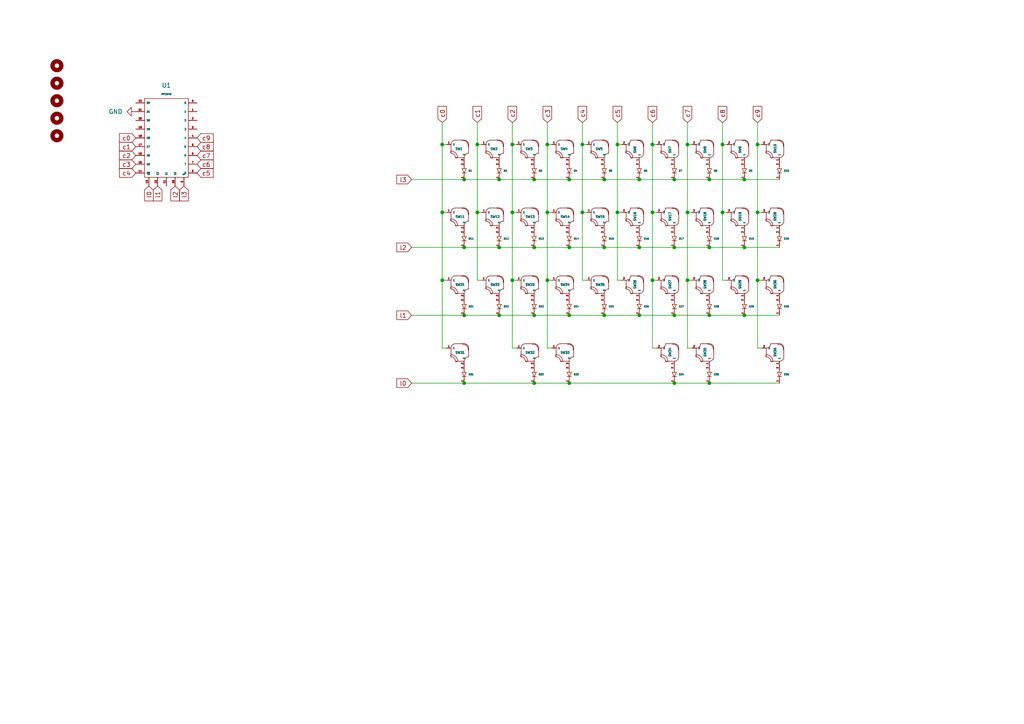
<source format=kicad_sch>
(kicad_sch (version 20211123) (generator eeschema)
  (paper "A4")
  (lib_symbols
    (symbol "Mechanical:MountingHole" (pin_names (offset 1.016))
      (property "Reference" "H" (at 0 5.08 0))
      (property "Value" "MountingHole" (at 0 3.175 0))
      (symbol "MountingHole_0_1"
        (circle (center 0 0) (radius 1.27) (stroke (width 1.27)))
      )
    )
    (symbol "keyb:Diode"
      (property "Reference" "D" (at -0.635 -1.27 0))
      (symbol "Diode_0_1"
        (polyline (pts (xy -1.27 0) (xy -0.635 0)))
        (polyline (pts (xy 0.635 0) (xy 1.27 0)))
        (polyline (pts (xy -0.635 0.635) (xy -0.635 -0.635) (xy -0.635 0)))
        (polyline (pts (xy -0.635 0) (xy 0.635 0.635) (xy 0.635 -0.635) (xy -0.635 0)) (fill (type background)))
      )
      (symbol "Diode_1_1"
        (pin bidirectional line (at -2.54 0 0) (length 1.27) (name "") (number "1"))
        (pin bidirectional line (at 2.54 0 180) (length 1.27) (name "") (number "2"))
      )
    )
    (symbol "keyb:RP2040"
      (property "Reference" "U" (at 0 1.27 0))
      (property "Value" "RP2040" (at 0 -2.54 0))
      (symbol "RP2040_0_1"
        (rectangle (start -6.35 11.43) (end 6.35 -11.43))
      )
      (symbol "RP2040_1_1"
        (pin bidirectional line (at 8.89 10.16 180) (length 2.54) (name "0") (number "0"))
        (pin bidirectional line (at 8.89 7.62 180) (length 2.54) (name "1") (number "1"))
        (pin bidirectional line (at 2.54 -13.97 90) (length 2.54) (name "10") (number "10"))
        (pin bidirectional line (at 0 -13.97 90) (length 2.54) (name "11") (number "11"))
        (pin bidirectional line (at -2.54 -13.97 90) (length 2.54) (name "12") (number "12"))
        (pin bidirectional line (at -5.08 -13.97 90) (length 2.54) (name "13") (number "13"))
        (pin bidirectional line (at -8.89 -10.16 0) (length 2.54) (name "14") (number "14"))
        (pin bidirectional line (at -8.89 -7.62 0) (length 2.54) (name "15") (number "15"))
        (pin bidirectional line (at -8.89 -5.08 0) (length 2.54) (name "16") (number "16"))
        (pin bidirectional line (at -8.89 -2.54 0) (length 2.54) (name "17") (number "17"))
        (pin bidirectional line (at -8.89 0 0) (length 2.54) (name "18") (number "18"))
        (pin bidirectional line (at -8.89 2.54 0) (length 2.54) (name "19") (number "19"))
        (pin bidirectional line (at 8.89 5.08 180) (length 2.54) (name "2") (number "2"))
        (pin bidirectional line (at -8.89 5.08 0) (length 2.54) (name "20") (number "20"))
        (pin bidirectional line (at -8.89 7.62 0) (length 2.54) (name "21") (number "21"))
        (pin bidirectional line (at -8.89 10.16 0) (length 2.54) (name "22") (number "22"))
        (pin bidirectional line (at 8.89 2.54 180) (length 2.54) (name "3") (number "3"))
        (pin bidirectional line (at 8.89 0 180) (length 2.54) (name "4") (number "4"))
        (pin bidirectional line (at 8.89 -2.54 180) (length 2.54) (name "5") (number "5"))
        (pin bidirectional line (at 8.89 -5.08 180) (length 2.54) (name "6") (number "6"))
        (pin bidirectional line (at 8.89 -7.62 180) (length 2.54) (name "7") (number "7"))
        (pin bidirectional line (at 8.89 -10.16 180) (length 2.54) (name "8") (number "8"))
        (pin bidirectional line (at 5.08 -13.97 90) (length 2.54) (name "9") (number "9"))
      )
    )
    (symbol "keyb:key"
      (property "Reference" "SW" (at 0 0 0))
      (symbol "key_0_1"
        (arc (start -2.54 -0.635) (mid -2.6715 -0.9525) (end -2.54 -1.27))
        (arc (start -1.27 -2.54) (mid -1.642 -1.642) (end -2.54 -1.27))
        (arc (start -1.27 -2.54) (mid -0.9525 -2.6715) (end -0.635 -2.54))
        (arc (start -1.27 2.54) (mid -2.168 2.168) (end -2.54 1.27))
        (arc (start -0.635 -2.54) (mid -1.1935 -1.1935) (end -2.54 -0.635))
        (polyline (pts (xy -2.54 -1.27) (xy -2.54 1.27)))
        (polyline (pts (xy -1.27 -2.54) (xy 1.27 -2.54)))
        (polyline (pts (xy 1.27 2.54) (xy -1.27 2.54)))
        (polyline (pts (xy 2.54 -1.27) (xy 2.54 1.27)))
        (arc (start 0.635 2.54) (mid 0.9525 1.7735) (end 1.27 2.54))
        (arc (start 2.54 -1.27) (mid 0.372 -0.372) (end 1.27 -2.54))
        (arc (start 2.54 0.635) (mid 3.887 3.887) (end 0.635 2.54))
        (arc (start 2.54 1.27) (mid 3.438 3.438) (end 1.27 2.54))
        (arc (start 2.54 1.27) (mid 1.7735 0.9525) (end 2.54 0.635))
      )
      (symbol "key_1_1"
        (pin bidirectional line (at -3.81 1.27 0) (length 1.27) (name "1") (number "1"))
        (pin bidirectional line (at 1.27 -3.81 90) (length 1.27) (name "2") (number "2"))
      )
    )
    (symbol "power:GND" (power) (pin_names (offset 0))
      (property "Value" "GND" (at 0 -3.81 0))
      (symbol "GND_0_1"
        (polyline (pts (xy 0 0) (xy 0 -1.27) (xy 1.27 -1.27) (xy 0 -2.54) (xy -1.27 -1.27) (xy 0 -1.27)))
      )
      (symbol "GND_1_1"
        (pin power_in line (at 0 0 270) (length 0) hide (name "GND") (number "1"))
      )
    )
  )
  (junction (at 128.27 41.91))
  (junction (at 215.9 91.44))
  (junction (at 205.74 91.44))
  (junction (at 158.75 41.91))
  (junction (at 158.75 61.595))
  (junction (at 138.43 61.595))
  (junction (at 168.91 41.91))
  (junction (at 205.74 111.125))
  (junction (at 128.27 61.595))
  (junction (at 215.9 71.755))
  (junction (at 168.91 61.595))
  (junction (at 185.42 71.755))
  (junction (at 165.1 91.44))
  (junction (at 215.9 52.07))
  (junction (at 154.94 71.755))
  (junction (at 179.07 61.595))
  (junction (at 179.07 41.91))
  (junction (at 154.94 91.44))
  (junction (at 134.62 91.44))
  (junction (at 199.39 81.28))
  (junction (at 185.42 91.44))
  (junction (at 134.62 52.07))
  (junction (at 175.26 91.44))
  (junction (at 165.1 52.07))
  (junction (at 154.94 52.07))
  (junction (at 189.23 61.595))
  (junction (at 195.58 111.125))
  (junction (at 205.74 71.755))
  (junction (at 209.55 61.595))
  (junction (at 148.59 61.595))
  (junction (at 134.62 111.125))
  (junction (at 219.71 81.28))
  (junction (at 185.42 52.07))
  (junction (at 175.26 52.07))
  (junction (at 144.78 71.755))
  (junction (at 195.58 71.755))
  (junction (at 128.27 81.28))
  (junction (at 195.58 91.44))
  (junction (at 189.23 81.28))
  (junction (at 219.71 41.91))
  (junction (at 144.78 91.44))
  (junction (at 165.1 71.755))
  (junction (at 134.62 71.755))
  (junction (at 199.39 41.91))
  (junction (at 199.39 61.595))
  (junction (at 165.1 111.125))
  (junction (at 148.59 41.91))
  (junction (at 219.71 61.595))
  (junction (at 209.55 41.91))
  (junction (at 195.58 52.07))
  (junction (at 189.23 41.91))
  (junction (at 148.59 81.28))
  (junction (at 175.26 71.755))
  (junction (at 144.78 52.07))
  (junction (at 158.75 81.28))
  (junction (at 138.43 41.91))
  (junction (at 205.74 52.07))
  (junction (at 154.94 111.125))
  (wire (pts (xy 179.07 81.28) (xy 180.34 81.28)))
  (wire (pts (xy 205.74 71.755) (xy 195.58 71.755)))
  (wire (pts (xy 168.91 41.91) (xy 170.18 41.91)))
  (wire (pts (xy 138.43 41.91) (xy 139.7 41.91)))
  (wire (pts (xy 199.39 61.595) (xy 199.39 81.28)))
  (wire (pts (xy 158.75 41.91) (xy 158.75 61.595)))
  (wire (pts (xy 158.75 41.91) (xy 160.02 41.91)))
  (wire (pts (xy 185.42 91.44) (xy 195.58 91.44)))
  (wire (pts (xy 189.23 35.56) (xy 189.23 41.91)))
  (wire (pts (xy 148.59 61.595) (xy 148.59 81.28)))
  (wire (pts (xy 205.74 91.44) (xy 215.9 91.44)))
  (wire (pts (xy 144.78 52.07) (xy 154.94 52.07)))
  (wire (pts (xy 179.07 61.595) (xy 180.34 61.595)))
  (wire (pts (xy 168.91 35.56) (xy 168.91 41.91)))
  (wire (pts (xy 189.23 81.28) (xy 189.23 100.965)))
  (wire (pts (xy 209.55 41.91) (xy 210.82 41.91)))
  (wire (pts (xy 134.62 52.07) (xy 144.78 52.07)))
  (wire (pts (xy 175.26 71.755) (xy 165.1 71.755)))
  (wire (pts (xy 219.71 41.91) (xy 220.98 41.91)))
  (wire (pts (xy 138.43 35.56) (xy 138.43 41.91)))
  (wire (pts (xy 168.91 61.595) (xy 168.91 81.28)))
  (wire (pts (xy 175.26 52.07) (xy 185.42 52.07)))
  (wire (pts (xy 179.07 41.91) (xy 179.07 61.595)))
  (wire (pts (xy 148.59 35.56) (xy 148.59 41.91)))
  (wire (pts (xy 148.59 81.28) (xy 149.86 81.28)))
  (wire (pts (xy 189.23 100.965) (xy 190.5 100.965)))
  (wire (pts (xy 195.58 91.44) (xy 205.74 91.44)))
  (wire (pts (xy 175.26 91.44) (xy 185.42 91.44)))
  (wire (pts (xy 215.9 91.44) (xy 226.06 91.44)))
  (wire (pts (xy 168.91 81.28) (xy 170.18 81.28)))
  (wire (pts (xy 226.06 71.755) (xy 215.9 71.755)))
  (wire (pts (xy 205.74 111.125) (xy 226.06 111.125)))
  (wire (pts (xy 199.39 61.595) (xy 200.66 61.595)))
  (wire (pts (xy 165.1 111.125) (xy 195.58 111.125)))
  (wire (pts (xy 158.75 35.56) (xy 158.75 41.91)))
  (wire (pts (xy 168.91 41.91) (xy 168.91 61.595)))
  (wire (pts (xy 219.71 41.91) (xy 219.71 61.595)))
  (wire (pts (xy 219.71 100.965) (xy 220.98 100.965)))
  (wire (pts (xy 128.27 35.56) (xy 128.27 41.91)))
  (wire (pts (xy 185.42 71.755) (xy 175.26 71.755)))
  (wire (pts (xy 128.27 41.91) (xy 128.27 61.595)))
  (wire (pts (xy 215.9 71.755) (xy 205.74 71.755)))
  (wire (pts (xy 179.07 41.91) (xy 180.34 41.91)))
  (wire (pts (xy 158.75 81.28) (xy 160.02 81.28)))
  (wire (pts (xy 128.27 100.965) (xy 129.54 100.965)))
  (wire (pts (xy 219.71 35.56) (xy 219.71 41.91)))
  (wire (pts (xy 148.59 61.595) (xy 149.86 61.595)))
  (wire (pts (xy 209.55 61.595) (xy 210.82 61.595)))
  (wire (pts (xy 195.58 111.125) (xy 205.74 111.125)))
  (wire (pts (xy 148.59 41.91) (xy 149.86 41.91)))
  (wire (pts (xy 154.94 71.755) (xy 144.78 71.755)))
  (wire (pts (xy 165.1 91.44) (xy 175.26 91.44)))
  (wire (pts (xy 189.23 41.91) (xy 190.5 41.91)))
  (wire (pts (xy 219.71 61.595) (xy 219.71 81.28)))
  (wire (pts (xy 168.91 61.595) (xy 170.18 61.595)))
  (wire (pts (xy 189.23 61.595) (xy 189.23 81.28)))
  (wire (pts (xy 138.43 61.595) (xy 139.7 61.595)))
  (wire (pts (xy 144.78 91.44) (xy 134.62 91.44)))
  (wire (pts (xy 199.39 81.28) (xy 200.66 81.28)))
  (wire (pts (xy 189.23 41.91) (xy 189.23 61.595)))
  (wire (pts (xy 119.38 111.125) (xy 134.62 111.125)))
  (wire (pts (xy 209.55 81.28) (xy 210.82 81.28)))
  (wire (pts (xy 219.71 81.28) (xy 219.71 100.965)))
  (wire (pts (xy 148.59 81.28) (xy 148.59 100.965)))
  (wire (pts (xy 154.94 52.07) (xy 165.1 52.07)))
  (wire (pts (xy 158.75 61.595) (xy 160.02 61.595)))
  (wire (pts (xy 199.39 41.91) (xy 200.66 41.91)))
  (wire (pts (xy 215.9 52.07) (xy 226.06 52.07)))
  (wire (pts (xy 128.27 81.28) (xy 128.27 100.965)))
  (wire (pts (xy 134.62 71.755) (xy 119.38 71.755)))
  (wire (pts (xy 144.78 91.44) (xy 154.94 91.44)))
  (wire (pts (xy 144.78 71.755) (xy 134.62 71.755)))
  (wire (pts (xy 158.75 81.28) (xy 158.75 100.965)))
  (wire (pts (xy 205.74 52.07) (xy 215.9 52.07)))
  (wire (pts (xy 128.27 81.28) (xy 129.54 81.28)))
  (wire (pts (xy 189.23 81.28) (xy 190.5 81.28)))
  (wire (pts (xy 165.1 52.07) (xy 175.26 52.07)))
  (wire (pts (xy 158.75 100.965) (xy 160.02 100.965)))
  (wire (pts (xy 199.39 100.965) (xy 200.66 100.965)))
  (wire (pts (xy 209.55 35.56) (xy 209.55 41.91)))
  (wire (pts (xy 195.58 71.755) (xy 185.42 71.755)))
  (wire (pts (xy 199.39 81.28) (xy 199.39 100.965)))
  (wire (pts (xy 134.62 91.44) (xy 119.38 91.44)))
  (wire (pts (xy 154.94 111.125) (xy 165.1 111.125)))
  (wire (pts (xy 134.62 111.125) (xy 154.94 111.125)))
  (wire (pts (xy 209.55 41.91) (xy 209.55 61.595)))
  (wire (pts (xy 138.43 81.28) (xy 139.7 81.28)))
  (wire (pts (xy 179.07 61.595) (xy 179.07 81.28)))
  (wire (pts (xy 219.71 81.28) (xy 220.98 81.28)))
  (wire (pts (xy 148.59 100.965) (xy 149.86 100.965)))
  (wire (pts (xy 209.55 61.595) (xy 209.55 81.28)))
  (wire (pts (xy 158.75 61.595) (xy 158.75 81.28)))
  (wire (pts (xy 199.39 41.91) (xy 199.39 61.595)))
  (wire (pts (xy 199.39 35.56) (xy 199.39 41.91)))
  (wire (pts (xy 128.27 61.595) (xy 129.54 61.595)))
  (wire (pts (xy 179.07 35.56) (xy 179.07 41.91)))
  (wire (pts (xy 138.43 41.91) (xy 138.43 61.595)))
  (wire (pts (xy 154.94 91.44) (xy 165.1 91.44)))
  (wire (pts (xy 148.59 41.91) (xy 148.59 61.595)))
  (wire (pts (xy 119.38 52.07) (xy 134.62 52.07)))
  (wire (pts (xy 128.27 41.91) (xy 129.54 41.91)))
  (wire (pts (xy 185.42 52.07) (xy 195.58 52.07)))
  (wire (pts (xy 195.58 52.07) (xy 205.74 52.07)))
  (wire (pts (xy 165.1 71.755) (xy 154.94 71.755)))
  (wire (pts (xy 138.43 61.595) (xy 138.43 81.28)))
  (wire (pts (xy 128.27 61.595) (xy 128.27 81.28)))
  (wire (pts (xy 189.23 61.595) (xy 190.5 61.595)))
  (wire (pts (xy 219.71 61.595) (xy 220.98 61.595)))
  (global_label "c5" (shape input) (at 57.15 50.165 0) (property "Références Inter-Feuilles" "${INTERSHEET_REFS}" (effects hide)))
  (global_label "l3" (shape input) (at 119.38 52.07 180) (property "Références Inter-Feuilles" "${INTERSHEET_REFS}" (effects hide)))
  (global_label "c3" (shape input) (at 158.75 35.56 90) (property "Références Inter-Feuilles" "${INTERSHEET_REFS}" (effects hide)))
  (global_label "c2" (shape input) (at 39.37 45.085 180) (property "Références Inter-Feuilles" "${INTERSHEET_REFS}" (effects hide)))
  (global_label "l1" (shape input) (at 45.72 53.975 270) (property "Références Inter-Feuilles" "${INTERSHEET_REFS}" (effects hide)))
  (global_label "c9" (shape input) (at 57.15 40.005 0) (property "Références Inter-Feuilles" "${INTERSHEET_REFS}" (effects hide)))
  (global_label "c6" (shape input) (at 57.15 47.625 0) (property "Références Inter-Feuilles" "${INTERSHEET_REFS}" (effects hide)))
  (global_label "c2" (shape input) (at 148.59 35.56 90) (property "Références Inter-Feuilles" "${INTERSHEET_REFS}" (effects hide)))
  (global_label "c5" (shape input) (at 179.07 35.56 90) (property "Références Inter-Feuilles" "${INTERSHEET_REFS}" (effects hide)))
  (global_label "c7" (shape input) (at 57.15 45.085 0) (property "Références Inter-Feuilles" "${INTERSHEET_REFS}" (effects hide)))
  (global_label "l2" (shape input) (at 50.8 53.975 270) (property "Références Inter-Feuilles" "${INTERSHEET_REFS}" (effects hide)))
  (global_label "c3" (shape input) (at 39.37 47.625 180) (property "Références Inter-Feuilles" "${INTERSHEET_REFS}" (effects hide)))
  (global_label "c8" (shape input) (at 57.15 42.545 0) (property "Références Inter-Feuilles" "${INTERSHEET_REFS}" (effects hide)))
  (global_label "l3" (shape input) (at 53.34 53.975 270) (property "Références Inter-Feuilles" "${INTERSHEET_REFS}" (effects hide)))
  (global_label "c6" (shape input) (at 189.23 35.56 90) (property "Références Inter-Feuilles" "${INTERSHEET_REFS}" (effects hide)))
  (global_label "l0" (shape input) (at 43.18 53.975 270) (property "Références Inter-Feuilles" "${INTERSHEET_REFS}" (effects hide)))
  (global_label "c9" (shape input) (at 219.71 35.56 90) (property "Références Inter-Feuilles" "${INTERSHEET_REFS}" (effects hide)))
  (global_label "l2" (shape input) (at 119.38 71.755 180) (property "Références Inter-Feuilles" "${INTERSHEET_REFS}" (effects hide)))
  (global_label "l1" (shape input) (at 119.38 91.44 180) (property "Références Inter-Feuilles" "${INTERSHEET_REFS}" (effects hide)))
  (global_label "c1" (shape input) (at 39.37 42.545 180) (property "Références Inter-Feuilles" "${INTERSHEET_REFS}" (effects hide)))
  (global_label "c4" (shape input) (at 39.37 50.165 180) (property "Références Inter-Feuilles" "${INTERSHEET_REFS}" (effects hide)))
  (global_label "c4" (shape input) (at 168.91 35.56 90) (property "Références Inter-Feuilles" "${INTERSHEET_REFS}" (effects hide)))
  (global_label "c1" (shape input) (at 138.43 35.56 90) (property "Références Inter-Feuilles" "${INTERSHEET_REFS}" (effects hide)))
  (global_label "c0" (shape input) (at 39.37 40.005 180) (property "Références Inter-Feuilles" "${INTERSHEET_REFS}" (effects hide)))
  (global_label "c0" (shape input) (at 128.27 35.56 90) (property "Références Inter-Feuilles" "${INTERSHEET_REFS}" (effects hide)))
  (global_label "c7" (shape input) (at 199.39 35.56 90) (property "Références Inter-Feuilles" "${INTERSHEET_REFS}" (effects hide)))
  (global_label "l0" (shape input) (at 119.38 111.125 180) (property "Références Inter-Feuilles" "${INTERSHEET_REFS}" (effects hide)))
  (global_label "c8" (shape input) (at 209.55 35.56 90) (property "Références Inter-Feuilles" "${INTERSHEET_REFS}" (effects hide)))
  (symbol (lib_id "keyb:Diode") (at 134.62 49.53 90) (unit 1)
    (property "Reference" "D1" (at 135.89 49.53 90) (effects (font (size 0.5 0.5)) (justify right)))
    (property "Value" "Diode" (effects hide))
    (property "Footprint" "keyb-footprints:Diode" (effects hide))
  )
  (symbol (lib_id "keyb:key") (at 153.67 62.865 0) (unit 1)
    (property "Reference" "SW13" (at 152.4 62.865 0) (effects (font (size 0.65 0.65)) (justify left)))
    (property "Value" "key" (effects hide))
    (property "Footprint" "keyb-footprints:MX-5pin" (effects hide))
  )
  (symbol (lib_id "keyb:Diode") (at 205.74 88.9 90) (unit 1)
    (property "Reference" "D28" (at 207.01 88.9 90) (effects (font (size 0.5 0.5)) (justify right)))
    (property "Value" "Diode" (effects hide))
    (property "Footprint" "keyb-footprints:Diode" (effects hide))
  )
  (symbol (lib_id "keyb:Diode") (at 215.9 69.215 90) (unit 1)
    (property "Reference" "D19" (at 217.17 69.215 90) (effects (font (size 0.5 0.5)) (justify right)))
    (property "Value" "Diode" (effects hide))
    (property "Footprint" "keyb-footprints:Diode" (effects hide))
  )
  (symbol (lib_id "keyb:Diode") (at 175.26 49.53 90) (unit 1)
    (property "Reference" "D5" (at 176.53 49.53 90) (effects (font (size 0.5 0.5)) (justify right)))
    (property "Value" "Diode" (effects hide))
    (property "Footprint" "keyb-footprints:Diode" (effects hide))
  )
  (symbol (lib_id "keyb:key") (at 204.47 43.18 270) (mirror x) (unit 1)
    (property "Reference" "SW8" (at 204.47 44.45 0) (effects (font (size 0.65 0.65)) (justify left)))
    (property "Value" "key" (effects hide))
    (property "Footprint" "keyb-footprints:MX-5pin" (effects hide))
  )
  (symbol (lib_id "Mechanical:MountingHole") (at 16.51 39.37 0) (unit 1)
    (property "Reference" "H5" (effects hide))
    (property "Value" "MountingHole" (effects hide))
    (property "Footprint" "MountingHole:MountingHole_2.2mm_M2" (effects hide))
  )
  (symbol (lib_id "keyb:key") (at 143.51 62.865 0) (unit 1)
    (property "Reference" "SW12" (at 142.24 62.865 0) (effects (font (size 0.65 0.65)) (justify left)))
    (property "Value" "key" (effects hide))
    (property "Footprint" "keyb-footprints:MX-5pin" (effects hide))
  )
  (symbol (lib_id "keyb:Diode") (at 144.78 49.53 90) (unit 1)
    (property "Reference" "D2" (at 146.05 49.53 90) (effects (font (size 0.5 0.5)) (justify right)))
    (property "Value" "Diode" (effects hide))
    (property "Footprint" "keyb-footprints:Diode" (effects hide))
  )
  (symbol (lib_id "keyb:Diode") (at 195.58 108.585 90) (unit 1)
    (property "Reference" "D34" (at 196.85 108.585 90) (effects (font (size 0.5 0.5)) (justify right)))
    (property "Value" "Diode" (effects hide))
    (property "Footprint" "keyb-footprints:Diode" (effects hide))
  )
  (symbol (lib_id "keyb:key") (at 194.31 62.865 270) (mirror x) (unit 1)
    (property "Reference" "SW17" (at 194.31 64.135 0) (effects (font (size 0.65 0.65)) (justify left)))
    (property "Value" "key" (effects hide))
    (property "Footprint" "keyb-footprints:MX-5pin" (effects hide))
  )
  (symbol (lib_id "keyb:Diode") (at 205.74 49.53 90) (unit 1)
    (property "Reference" "D8" (at 207.01 49.53 90) (effects (font (size 0.5 0.5)) (justify right)))
    (property "Value" "Diode" (effects hide))
    (property "Footprint" "keyb-footprints:Diode" (effects hide))
  )
  (symbol (lib_id "keyb:Diode") (at 185.42 88.9 90) (unit 1)
    (property "Reference" "D26" (at 186.69 88.9 90) (effects (font (size 0.5 0.5)) (justify right)))
    (property "Value" "Diode" (effects hide))
    (property "Footprint" "keyb-footprints:Diode" (effects hide))
  )
  (symbol (lib_id "keyb:Diode") (at 195.58 49.53 90) (unit 1)
    (property "Reference" "D7" (at 196.85 49.53 90) (effects (font (size 0.5 0.5)) (justify right)))
    (property "Value" "Diode" (effects hide))
    (property "Footprint" "keyb-footprints:Diode" (effects hide))
  )
  (symbol (lib_id "keyb:key") (at 163.83 43.18 0) (unit 1)
    (property "Reference" "SW4" (at 162.56 43.18 0) (effects (font (size 0.65 0.65)) (justify left)))
    (property "Value" "key" (effects hide))
    (property "Footprint" "keyb-footprints:MX-5pin" (effects hide))
  )
  (symbol (lib_id "Mechanical:MountingHole") (at 16.51 29.21 0) (unit 1)
    (property "Reference" "H3" (effects hide))
    (property "Value" "MountingHole" (effects hide))
    (property "Footprint" "MountingHole:MountingHole_2.2mm_M2" (effects hide))
  )
  (symbol (lib_id "keyb:Diode") (at 175.26 69.215 90) (unit 1)
    (property "Reference" "D15" (at 176.53 69.215 90) (effects (font (size 0.5 0.5)) (justify right)))
    (property "Value" "Diode" (effects hide))
    (property "Footprint" "keyb-footprints:Diode" (effects hide))
  )
  (symbol (lib_id "keyb:key") (at 214.63 82.55 270) (mirror x) (unit 1)
    (property "Reference" "SW29" (at 214.63 83.82 0) (effects (font (size 0.65 0.65)) (justify left)))
    (property "Value" "key" (effects hide))
    (property "Footprint" "keyb-footprints:MX-5pin" (effects hide))
  )
  (symbol (lib_id "keyb:Diode") (at 215.9 49.53 90) (unit 1)
    (property "Reference" "D9" (at 217.17 49.53 90) (effects (font (size 0.5 0.5)) (justify right)))
    (property "Value" "Diode" (effects hide))
    (property "Footprint" "keyb-footprints:Diode" (effects hide))
  )
  (symbol (lib_id "keyb:key") (at 133.35 62.865 0) (unit 1)
    (property "Reference" "SW11" (at 132.08 62.865 0) (effects (font (size 0.65 0.65)) (justify left)))
    (property "Value" "key" (effects hide))
    (property "Footprint" "keyb-footprints:MX-5pin" (effects hide))
  )
  (symbol (lib_id "keyb:Diode") (at 215.9 88.9 90) (unit 1)
    (property "Reference" "D29" (at 217.17 88.9 90) (effects (font (size 0.5 0.5)) (justify right)))
    (property "Value" "Diode" (effects hide))
    (property "Footprint" "keyb-footprints:Diode" (effects hide))
  )
  (symbol (lib_id "power:GND") (at 39.37 32.385 270) (unit 1)
    (property "Reference" "#PWR01" (effects hide))
    (property "Value" "GND" (at 35.56 32.3849 90) (effects (justify right)))
  )
  (symbol (lib_id "keyb:Diode") (at 165.1 49.53 90) (unit 1)
    (property "Reference" "D4" (at 166.37 49.53 90) (effects (font (size 0.5 0.5)) (justify right)))
    (property "Value" "Diode" (effects hide))
    (property "Footprint" "keyb-footprints:Diode" (effects hide))
  )
  (symbol (lib_id "keyb:key") (at 214.63 62.865 270) (mirror x) (unit 1)
    (property "Reference" "SW19" (at 214.63 64.135 0) (effects (font (size 0.65 0.65)) (justify left)))
    (property "Value" "key" (effects hide))
    (property "Footprint" "keyb-footprints:MX-5pin" (effects hide))
  )
  (symbol (lib_id "keyb:Diode") (at 134.62 88.9 90) (unit 1)
    (property "Reference" "D21" (at 135.89 88.9 90) (effects (font (size 0.5 0.5)) (justify right)))
    (property "Value" "Diode" (effects hide))
    (property "Footprint" "keyb-footprints:Diode" (effects hide))
  )
  (symbol (lib_id "keyb:key") (at 173.99 62.865 0) (unit 1)
    (property "Reference" "SW15" (at 172.72 62.865 0) (effects (font (size 0.65 0.65)) (justify left)))
    (property "Value" "key" (effects hide))
    (property "Footprint" "keyb-footprints:MX-5pin" (effects hide))
  )
  (symbol (lib_id "keyb:Diode") (at 165.1 88.9 90) (unit 1)
    (property "Reference" "D24" (at 166.37 88.9 90) (effects (font (size 0.5 0.5)) (justify right)))
    (property "Value" "Diode" (effects hide))
    (property "Footprint" "keyb-footprints:Diode" (effects hide))
  )
  (symbol (lib_id "keyb:key") (at 204.47 62.865 270) (mirror x) (unit 1)
    (property "Reference" "SW18" (at 204.47 64.135 0) (effects (font (size 0.65 0.65)) (justify left)))
    (property "Value" "key" (effects hide))
    (property "Footprint" "keyb-footprints:MX-5pin" (effects hide))
  )
  (symbol (lib_id "keyb:Diode") (at 226.06 69.215 90) (unit 1)
    (property "Reference" "D20" (at 227.33 69.215 90) (effects (font (size 0.5 0.5)) (justify right)))
    (property "Value" "Diode" (effects hide))
    (property "Footprint" "keyb-footprints:Diode" (effects hide))
  )
  (symbol (lib_id "keyb:Diode") (at 134.62 69.215 90) (unit 1)
    (property "Reference" "D11" (at 135.89 69.215 90) (effects (font (size 0.5 0.5)) (justify right)))
    (property "Value" "Diode" (effects hide))
    (property "Footprint" "keyb-footprints:Diode" (effects hide))
  )
  (symbol (lib_id "keyb:Diode") (at 185.42 49.53 90) (unit 1)
    (property "Reference" "D6" (at 186.69 49.53 90) (effects (font (size 0.5 0.5)) (justify right)))
    (property "Value" "Diode" (effects hide))
    (property "Footprint" "keyb-footprints:Diode" (effects hide))
  )
  (symbol (lib_id "keyb:Diode") (at 144.78 88.9 90) (unit 1)
    (property "Reference" "D22" (at 146.05 88.9 90) (effects (font (size 0.5 0.5)) (justify right)))
    (property "Value" "Diode" (effects hide))
    (property "Footprint" "keyb-footprints:Diode" (effects hide))
  )
  (symbol (lib_id "keyb:Diode") (at 165.1 69.215 90) (unit 1)
    (property "Reference" "D14" (at 166.37 69.215 90) (effects (font (size 0.5 0.5)) (justify right)))
    (property "Value" "Diode" (effects hide))
    (property "Footprint" "keyb-footprints:Diode" (effects hide))
  )
  (symbol (lib_id "keyb:Diode") (at 195.58 69.215 90) (unit 1)
    (property "Reference" "D17" (at 196.85 69.215 90) (effects (font (size 0.5 0.5)) (justify right)))
    (property "Value" "Diode" (effects hide))
    (property "Footprint" "keyb-footprints:Diode" (effects hide))
  )
  (symbol (lib_id "keyb:Diode") (at 226.06 88.9 90) (unit 1)
    (property "Reference" "D30" (at 227.33 88.9 90) (effects (font (size 0.5 0.5)) (justify right)))
    (property "Value" "Diode" (effects hide))
    (property "Footprint" "keyb-footprints:Diode" (effects hide))
  )
  (symbol (lib_id "keyb:key") (at 224.79 62.865 270) (mirror x) (unit 1)
    (property "Reference" "SW20" (at 224.79 64.135 0) (effects (font (size 0.65 0.65)) (justify left)))
    (property "Value" "key" (effects hide))
    (property "Footprint" "keyb-footprints:MX-5pin" (effects hide))
  )
  (symbol (lib_id "keyb:Diode") (at 195.58 88.9 90) (unit 1)
    (property "Reference" "D27" (at 196.85 88.9 90) (effects (font (size 0.5 0.5)) (justify right)))
    (property "Value" "Diode" (effects hide))
    (property "Footprint" "keyb-footprints:Diode" (effects hide))
  )
  (symbol (lib_id "keyb:Diode") (at 134.62 108.585 90) (unit 1)
    (property "Reference" "D31" (at 135.89 108.585 90) (effects (font (size 0.5 0.5)) (justify right)))
    (property "Value" "Diode" (effects hide))
    (property "Footprint" "keyb-footprints:Diode" (effects hide))
  )
  (symbol (lib_id "keyb:key") (at 224.79 43.18 270) (mirror x) (unit 1)
    (property "Reference" "SW10" (at 224.79 44.45 0) (effects (font (size 0.65 0.65)) (justify left)))
    (property "Value" "key" (effects hide))
    (property "Footprint" "keyb-footprints:MX-5pin" (effects hide))
  )
  (symbol (lib_id "keyb:key") (at 194.31 82.55 270) (mirror x) (unit 1)
    (property "Reference" "SW27" (at 194.31 83.82 0) (effects (font (size 0.65 0.65)) (justify left)))
    (property "Value" "key" (effects hide))
    (property "Footprint" "keyb-footprints:MX-5pin" (effects hide))
  )
  (symbol (lib_id "keyb:Diode") (at 144.78 69.215 90) (unit 1)
    (property "Reference" "D12" (at 146.05 69.215 90) (effects (font (size 0.5 0.5)) (justify right)))
    (property "Value" "Diode" (effects hide))
    (property "Footprint" "keyb-footprints:Diode" (effects hide))
  )
  (symbol (lib_id "keyb:key") (at 163.83 62.865 0) (unit 1)
    (property "Reference" "SW14" (at 162.56 62.865 0) (effects (font (size 0.65 0.65)) (justify left)))
    (property "Value" "key" (effects hide))
    (property "Footprint" "keyb-footprints:MX-5pin" (effects hide))
  )
  (symbol (lib_id "keyb:key") (at 143.51 43.18 0) (unit 1)
    (property "Reference" "SW2" (at 142.24 43.18 0) (effects (font (size 0.65 0.65)) (justify left)))
    (property "Value" "key" (effects hide))
    (property "Footprint" "keyb-footprints:MX-5pin" (effects hide))
  )
  (symbol (lib_id "keyb:key") (at 133.35 43.18 0) (unit 1)
    (property "Reference" "SW1" (at 132.08 43.18 0) (effects (font (size 0.65 0.65)) (justify left)))
    (property "Value" "key" (effects hide))
    (property "Footprint" "keyb-footprints:MX-5pin" (effects hide))
  )
  (symbol (lib_id "keyb:Diode") (at 154.94 88.9 90) (unit 1)
    (property "Reference" "D23" (at 156.21 88.9 90) (effects (font (size 0.5 0.5)) (justify right)))
    (property "Value" "Diode" (effects hide))
    (property "Footprint" "keyb-footprints:Diode" (effects hide))
  )
  (symbol (lib_id "keyb:Diode") (at 165.1 108.585 90) (unit 1)
    (property "Reference" "D33" (at 166.37 108.585 90) (effects (font (size 0.5 0.5)) (justify right)))
    (property "Value" "Diode" (effects hide))
    (property "Footprint" "keyb-footprints:Diode" (effects hide))
  )
  (symbol (lib_id "keyb:key") (at 194.31 102.235 270) (mirror x) (unit 1)
    (property "Reference" "SW34" (at 194.31 103.505 0) (effects (font (size 0.65 0.65)) (justify left)))
    (property "Value" "key" (effects hide))
    (property "Footprint" "keyb-footprints:MX-5pin_stab_rev" (effects hide))
  )
  (symbol (lib_id "keyb:key") (at 153.67 102.235 0) (unit 1)
    (property "Reference" "SW32" (at 152.4 102.235 0) (effects (font (size 0.65 0.65)) (justify left)))
    (property "Value" "key" (effects hide))
    (property "Footprint" "keyb-footprints:MX-5pin" (effects hide))
  )
  (symbol (lib_id "keyb:key") (at 204.47 102.235 270) (mirror x) (unit 1)
    (property "Reference" "SW35" (at 204.47 103.505 0) (effects (font (size 0.65 0.65)) (justify left)))
    (property "Value" "key" (effects hide))
    (property "Footprint" "keyb-footprints:MX-5pin" (effects hide))
  )
  (symbol (lib_id "keyb:Diode") (at 154.94 108.585 90) (unit 1)
    (property "Reference" "D32" (at 156.21 108.585 90) (effects (font (size 0.5 0.5)) (justify right)))
    (property "Value" "Diode" (effects hide))
    (property "Footprint" "keyb-footprints:Diode" (effects hide))
  )
  (symbol (lib_id "keyb:key") (at 133.35 102.235 0) (unit 1)
    (property "Reference" "SW31" (at 132.08 102.235 0) (effects (font (size 0.65 0.65)) (justify left)))
    (property "Value" "key" (effects hide))
    (property "Footprint" "keyb-footprints:MX-5pin" (effects hide))
  )
  (symbol (lib_id "keyb:key") (at 173.99 43.18 0) (unit 1)
    (property "Reference" "SW5" (at 172.72 43.18 0) (effects (font (size 0.65 0.65)) (justify left)))
    (property "Value" "key" (effects hide))
    (property "Footprint" "keyb-footprints:MX-5pin" (effects hide))
  )
  (symbol (lib_id "keyb:Diode") (at 154.94 69.215 90) (unit 1)
    (property "Reference" "D13" (at 156.21 69.215 90) (effects (font (size 0.5 0.5)) (justify right)))
    (property "Value" "Diode" (effects hide))
    (property "Footprint" "keyb-footprints:Diode" (effects hide))
  )
  (symbol (lib_id "keyb:Diode") (at 185.42 69.215 90) (unit 1)
    (property "Reference" "D16" (at 186.69 69.215 90) (effects (font (size 0.5 0.5)) (justify right)))
    (property "Value" "Diode" (effects hide))
    (property "Footprint" "keyb-footprints:Diode" (effects hide))
  )
  (symbol (lib_id "keyb:key") (at 214.63 43.18 270) (mirror x) (unit 1)
    (property "Reference" "SW9" (at 214.63 44.45 0) (effects (font (size 0.65 0.65)) (justify left)))
    (property "Value" "key" (effects hide))
    (property "Footprint" "keyb-footprints:MX-5pin" (effects hide))
  )
  (symbol (lib_id "keyb:key") (at 184.15 62.865 270) (mirror x) (unit 1)
    (property "Reference" "SW16" (at 184.15 64.135 0) (effects (font (size 0.65 0.65)) (justify left)))
    (property "Value" "key" (effects hide))
    (property "Footprint" "keyb-footprints:MX-5pin" (effects hide))
  )
  (symbol (lib_id "keyb:Diode") (at 175.26 88.9 90) (unit 1)
    (property "Reference" "D25" (at 176.53 88.9 90) (effects (font (size 0.5 0.5)) (justify right)))
    (property "Value" "Diode" (effects hide))
    (property "Footprint" "keyb-footprints:Diode" (effects hide))
  )
  (symbol (lib_id "keyb:key") (at 143.51 82.55 0) (unit 1)
    (property "Reference" "SW22" (at 142.24 82.55 0) (effects (font (size 0.65 0.65)) (justify left)))
    (property "Value" "key" (effects hide))
    (property "Footprint" "keyb-footprints:MX-5pin" (effects hide))
  )
  (symbol (lib_id "keyb:key") (at 184.15 82.55 270) (mirror x) (unit 1)
    (property "Reference" "SW26" (at 184.15 83.82 0) (effects (font (size 0.65 0.65)) (justify left)))
    (property "Value" "key" (effects hide))
    (property "Footprint" "keyb-footprints:MX-5pin" (effects hide))
  )
  (symbol (lib_id "keyb:key") (at 173.99 82.55 0) (unit 1)
    (property "Reference" "SW25" (at 172.72 82.55 0) (effects (font (size 0.65 0.65)) (justify left)))
    (property "Value" "key" (effects hide))
    (property "Footprint" "keyb-footprints:MX-5pin" (effects hide))
  )
  (symbol (lib_id "keyb:Diode") (at 226.06 49.53 90) (unit 1)
    (property "Reference" "D10" (at 227.33 49.53 90) (effects (font (size 0.5 0.5)) (justify right)))
    (property "Value" "Diode" (effects hide))
    (property "Footprint" "keyb-footprints:Diode" (effects hide))
  )
  (symbol (lib_id "keyb:key") (at 224.79 82.55 270) (mirror x) (unit 1)
    (property "Reference" "SW30" (at 224.79 83.82 0) (effects (font (size 0.65 0.65)) (justify left)))
    (property "Value" "key" (effects hide))
    (property "Footprint" "keyb-footprints:MX-5pin" (effects hide))
  )
  (symbol (lib_id "keyb:key") (at 133.35 82.55 0) (unit 1)
    (property "Reference" "SW21" (at 132.08 82.55 0) (effects (font (size 0.65 0.65)) (justify left)))
    (property "Value" "key" (effects hide))
    (property "Footprint" "keyb-footprints:MX-5pin" (effects hide))
  )
  (symbol (lib_id "keyb:key") (at 224.79 102.235 270) (mirror x) (unit 1)
    (property "Reference" "SW36" (at 224.79 103.505 0) (effects (font (size 0.65 0.65)) (justify left)))
    (property "Value" "key" (effects hide))
    (property "Footprint" "keyb-footprints:MX-5pin" (effects hide))
  )
  (symbol (lib_id "keyb:key") (at 194.31 43.18 270) (mirror x) (unit 1)
    (property "Reference" "SW7" (at 194.31 44.45 0) (effects (font (size 0.65 0.65)) (justify left)))
    (property "Value" "key" (effects hide))
    (property "Footprint" "keyb-footprints:MX-5pin" (effects hide))
  )
  (symbol (lib_id "keyb:key") (at 204.47 82.55 270) (mirror x) (unit 1)
    (property "Reference" "SW28" (at 204.47 83.82 0) (effects (font (size 0.65 0.65)) (justify left)))
    (property "Value" "key" (effects hide))
    (property "Footprint" "keyb-footprints:MX-5pin" (effects hide))
  )
  (symbol (lib_id "Mechanical:MountingHole") (at 16.51 19.05 0) (unit 1)
    (property "Reference" "H1" (effects hide))
    (property "Value" "MountingHole" (effects hide))
    (property "Footprint" "MountingHole:MountingHole_2.2mm_M2" (effects hide))
  )
  (symbol (lib_id "Mechanical:MountingHole") (at 16.51 24.13 0) (unit 1)
    (property "Reference" "H2" (effects hide))
    (property "Value" "MountingHole" (effects hide))
    (property "Footprint" "MountingHole:MountingHole_2.2mm_M2" (effects hide))
  )
  (symbol (lib_id "keyb:key") (at 153.67 82.55 0) (unit 1)
    (property "Reference" "SW23" (at 152.4 82.55 0) (effects (font (size 0.65 0.65)) (justify left)))
    (property "Value" "key" (effects hide))
    (property "Footprint" "keyb-footprints:MX-5pin" (effects hide))
  )
  (symbol (lib_id "keyb:Diode") (at 205.74 108.585 90) (unit 1)
    (property "Reference" "D35" (at 207.01 108.585 90) (effects (font (size 0.5 0.5)) (justify right)))
    (property "Value" "Diode" (effects hide))
    (property "Footprint" "keyb-footprints:Diode" (effects hide))
  )
  (symbol (lib_id "keyb:key") (at 163.83 102.235 0) (unit 1)
    (property "Reference" "SW33" (at 162.56 102.235 0) (effects (font (size 0.65 0.65)) (justify left)))
    (property "Value" "key" (effects hide))
    (property "Footprint" "keyb-footprints:MX-5pin_stab_rev" (effects hide))
  )
  (symbol (lib_id "keyb:Diode") (at 154.94 49.53 90) (unit 1)
    (property "Reference" "D3" (at 156.21 49.53 90) (effects (font (size 0.5 0.5)) (justify right)))
    (property "Value" "Diode" (effects hide))
    (property "Footprint" "keyb-footprints:Diode" (effects hide))
  )
  (symbol (lib_id "keyb:key") (at 153.67 43.18 0) (unit 1)
    (property "Reference" "SW3" (at 152.4 43.18 0) (effects (font (size 0.65 0.65)) (justify left)))
    (property "Value" "key" (effects hide))
    (property "Footprint" "keyb-footprints:MX-5pin" (effects hide))
  )
  (symbol (lib_id "keyb:Diode") (at 205.74 69.215 90) (unit 1)
    (property "Reference" "D18" (at 207.01 69.215 90) (effects (font (size 0.5 0.5)) (justify right)))
    (property "Value" "Diode" (effects hide))
    (property "Footprint" "keyb-footprints:Diode" (effects hide))
  )
  (symbol (lib_id "Mechanical:MountingHole") (at 16.51 34.29 0) (unit 1)
    (property "Reference" "H4" (effects hide))
    (property "Value" "MountingHole" (effects hide))
    (property "Footprint" "MountingHole:MountingHole_2.2mm_M2" (effects hide))
  )
  (symbol (lib_id "keyb:key") (at 184.15 43.18 270) (mirror x) (unit 1)
    (property "Reference" "SW6" (at 184.15 44.45 0) (effects (font (size 0.65 0.65)) (justify left)))
    (property "Value" "key" (effects hide))
    (property "Footprint" "keyb-footprints:MX-5pin" (effects hide))
  )
  (symbol (lib_id "keyb:key") (at 163.83 82.55 0) (unit 1)
    (property "Reference" "SW24" (at 162.56 82.55 0) (effects (font (size 0.65 0.65)) (justify left)))
    (property "Value" "key" (effects hide))
    (property "Footprint" "keyb-footprints:MX-5pin" (effects hide))
  )
  (symbol (lib_id "keyb:RP2040") (at 48.26 40.005 0) (unit 1)
    (property "Reference" "U1" (at 48.26 24.765 0))
    (property "Value" "RP2040" (at 48.26 27.305 0) (effects (font (size 0.5 0.5))))
    (property "Footprint" "keyb-footprints:RP2040" (effects hide))
  )
  (symbol (lib_id "keyb:Diode") (at 226.06 108.585 90) (unit 1)
    (property "Reference" "D36" (at 227.33 108.585 90) (effects (font (size 0.5 0.5)) (justify right)))
    (property "Value" "Diode" (effects hide))
    (property "Footprint" "keyb-footprints:Diode" (effects hide))
  )
)
</source>
